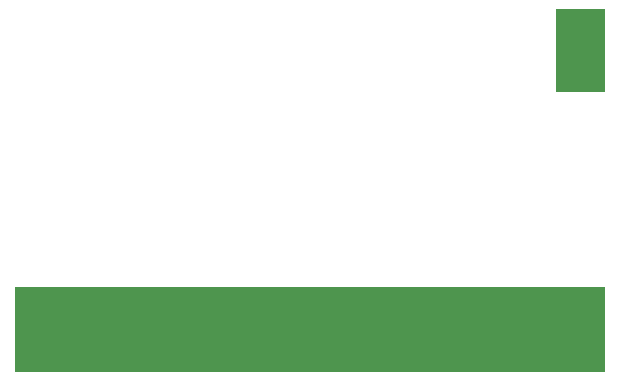
<source format=gts>
G04 Filename: OshPark_2_45GHz_Patch.gts*
G04 FileFunction: Soldermask,Top*
G04 Part: Single*
G04 ProjectId: OshPark_2_45GHz_Patch,C6A1E24C7C640A67905CB22106AB81A2,1*
G04 GenerationSoftware: MathWorks,MATLAB,9.8.0.1417392 (R2020a) Update 4*
G04 CreationDate: 2021-07-15T12:16:05-0700*
G04 FilePolarity: Positive*
%FSLAX16Y16*%
%MOIN*%
G04 Clear soldermask for edge connector*
G36*
G01*
X0818898Y-0137795D02*
X0984252D01*
Y0137795D01*
X0818898D01*
Y-0137795D01*
D02*
G37*
G36*
X-0984252Y-1070866D02*
X0984252D01*
Y-0787402D01*
X-0984252D01*
Y-1070866D01*
D02*
G37*
G04 MD5: c3b9ce27339e3dda5a3cf5a97c9672c*
M02*

</source>
